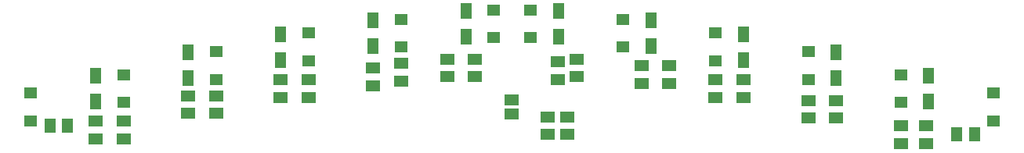
<source format=gbr>
G04 EAGLE Gerber RS-274X export*
G75*
%MOMM*%
%FSLAX34Y34*%
%LPD*%
%INSolderpaste Bottom*%
%IPPOS*%
%AMOC8*
5,1,8,0,0,1.08239X$1,22.5*%
G01*
%ADD10R,1.250000X1.700000*%
%ADD11R,1.600000X1.300000*%
%ADD12R,1.400000X1.200000*%
%ADD13R,1.600200X1.168400*%
%ADD14R,1.300000X1.600000*%


D10*
X1000000Y386000D03*
X1000000Y414000D03*
D11*
X997500Y359500D03*
X997500Y340500D03*
D10*
X900000Y411000D03*
X900000Y439000D03*
D11*
X900000Y387000D03*
X900000Y368000D03*
D10*
X800000Y431000D03*
X800000Y459000D03*
D11*
X800000Y409500D03*
X800000Y390500D03*
D10*
X700000Y446000D03*
X700000Y474000D03*
D11*
X720000Y424500D03*
X720000Y405500D03*
D10*
X600000Y456000D03*
X600000Y484000D03*
D11*
X620000Y432000D03*
X620000Y413000D03*
D10*
X500000Y456000D03*
X500000Y484000D03*
D11*
X480000Y432000D03*
X480000Y413000D03*
D10*
X400000Y446000D03*
X400000Y474000D03*
D11*
X400000Y422000D03*
X400000Y403000D03*
D10*
X300000Y431000D03*
X300000Y459000D03*
D11*
X300000Y409500D03*
X300000Y390500D03*
D10*
X200000Y411000D03*
X200000Y439000D03*
D11*
X200000Y392000D03*
X200000Y373000D03*
D10*
X100000Y386000D03*
X100000Y414000D03*
D11*
X100000Y364500D03*
X100000Y345500D03*
D12*
X970000Y385000D03*
X970000Y415000D03*
D11*
X970000Y359500D03*
X970000Y340500D03*
D12*
X870000Y410000D03*
X870000Y440000D03*
D11*
X870000Y387000D03*
X870000Y368000D03*
D12*
X770000Y430000D03*
X770000Y460000D03*
D11*
X770000Y409500D03*
X770000Y390500D03*
D12*
X670000Y445000D03*
X670000Y475000D03*
D11*
X690000Y424500D03*
X690000Y405500D03*
D12*
X570000Y455000D03*
X570000Y485000D03*
D11*
X599144Y428952D03*
X599144Y409952D03*
D12*
X530000Y455000D03*
X530000Y485000D03*
D11*
X510000Y432000D03*
X510000Y413000D03*
D12*
X430000Y445000D03*
X430000Y475000D03*
D11*
X430000Y427000D03*
X430000Y408000D03*
D12*
X330000Y430000D03*
X330000Y460000D03*
D11*
X330000Y409500D03*
X330000Y390500D03*
D12*
X230000Y410000D03*
X230000Y440000D03*
D11*
X230000Y392000D03*
X230000Y373000D03*
D12*
X130000Y385000D03*
X130000Y415000D03*
D11*
X130000Y364500D03*
X130000Y345500D03*
X588392Y369388D03*
X588392Y350388D03*
X609352Y369388D03*
X609352Y350388D03*
D13*
X549224Y387948D03*
X549224Y372708D03*
D12*
X1070000Y365000D03*
X1070000Y395000D03*
D14*
X1049500Y350000D03*
X1030500Y350000D03*
D12*
X30000Y365000D03*
X30000Y395000D03*
D14*
X50500Y360000D03*
X69500Y360000D03*
M02*

</source>
